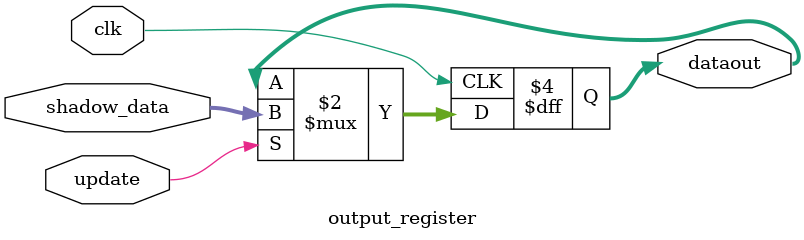
<source format=sv>
module shadow_reg_split_ctrl #(parameter DW=12) (
    input clk, load, update,
    input [DW-1:0] datain,
    output [DW-1:0] dataout
);
    // Internal connections between submodules
    wire [DW-1:0] shadow_data;
    
    // Shadow register submodule instantiation
    shadow_register #(
        .DW(DW)
    ) shadow_reg_inst (
        .clk(clk),
        .load(load),
        .datain(datain),
        .shadow_data(shadow_data)
    );
    
    // Output register submodule instantiation
    output_register #(
        .DW(DW)
    ) output_reg_inst (
        .clk(clk),
        .update(update),
        .shadow_data(shadow_data),
        .dataout(dataout)
    );
    
endmodule

// Shadow register submodule - responsible for capturing input data
module shadow_register #(parameter DW=12) (
    input clk,
    input load,
    input [DW-1:0] datain,
    output reg [DW-1:0] shadow_data
);
    always @(posedge clk) begin
        if(load) shadow_data <= datain;
    end
endmodule

// Output register submodule - responsible for updating output when requested
module output_register #(parameter DW=12) (
    input clk,
    input update,
    input [DW-1:0] shadow_data,
    output reg [DW-1:0] dataout
);
    always @(posedge clk) begin
        if(update) dataout <= shadow_data;
    end
endmodule
</source>
